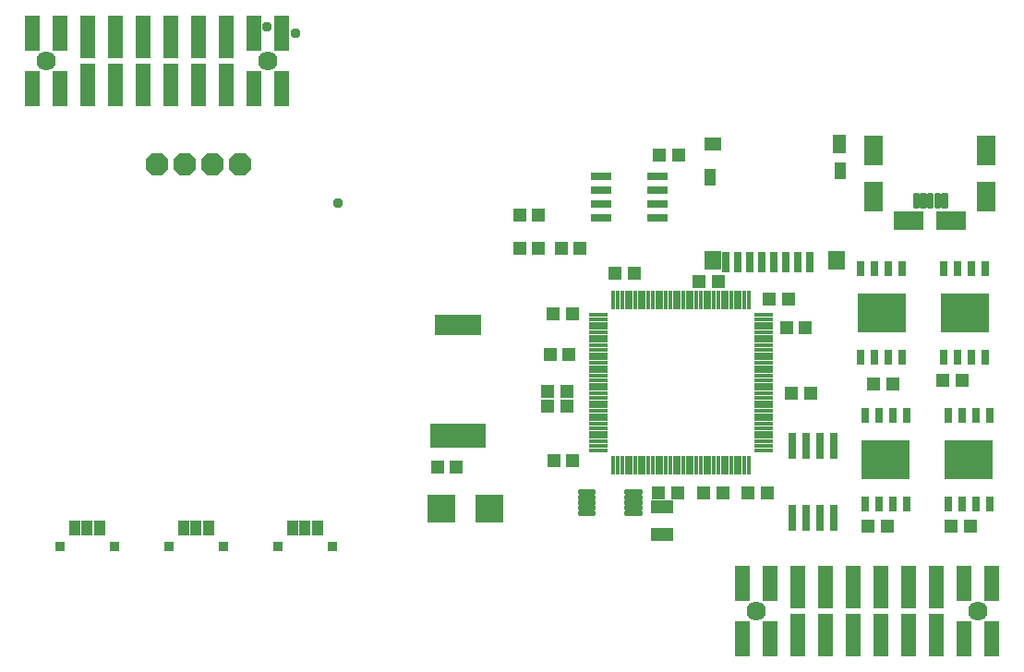
<source format=gbr>
G04 EAGLE Gerber RS-274X export*
G75*
%MOMM*%
%FSLAX34Y34*%
%LPD*%
%INSoldermask Top*%
%IPPOS*%
%AMOC8*
5,1,8,0,0,1.08239X$1,22.5*%
G01*
%ADD10R,0.403200X1.803200*%
%ADD11R,1.803200X0.403200*%
%ADD12R,1.253200X1.283200*%
%ADD13C,0.320191*%
%ADD14R,0.703200X1.403200*%
%ADD15R,4.503200X3.603200*%
%ADD16R,5.203200X2.203200*%
%ADD17R,4.203200X1.903200*%
%ADD18R,2.603200X2.603200*%
%ADD19R,1.203200X1.303200*%
%ADD20R,0.803200X2.403200*%
%ADD21C,0.404144*%
%ADD22R,1.703200X2.703200*%
%ADD23R,2.703200X1.703200*%
%ADD24R,0.753200X1.953200*%
%ADD25R,1.503200X1.703200*%
%ADD26R,1.203200X1.753200*%
%ADD27R,1.003200X1.603200*%
%ADD28R,1.503200X1.203200*%
%ADD29P,2.281895X8X202.500000*%
%ADD30R,1.473200X3.203200*%
%ADD31R,1.473200X3.883200*%
%ADD32C,1.783200*%
%ADD33R,0.853200X0.853200*%
%ADD34R,1.003200X1.453200*%
%ADD35R,2.003200X1.203200*%
%ADD36R,1.948700X0.794700*%
%ADD37C,0.959600*%


D10*
X602800Y201500D03*
X606800Y201500D03*
X610800Y201500D03*
X614800Y201500D03*
X618800Y201500D03*
X622800Y201500D03*
X626800Y201500D03*
X630800Y201500D03*
X634800Y201500D03*
X638800Y201500D03*
X642800Y201500D03*
X646800Y201500D03*
X650800Y201500D03*
X654800Y201500D03*
X658800Y201500D03*
X662800Y201500D03*
X666800Y201500D03*
X670800Y201500D03*
X674800Y201500D03*
X678800Y201500D03*
X682800Y201500D03*
X686800Y201500D03*
X690800Y201500D03*
X694800Y201500D03*
X698800Y201500D03*
X702800Y201500D03*
X706800Y201500D03*
X710800Y201500D03*
X714800Y201500D03*
X718800Y201500D03*
X722800Y201500D03*
X726800Y201500D03*
D11*
X740800Y215500D03*
X740800Y219500D03*
X740800Y223500D03*
X740800Y227500D03*
X740800Y231500D03*
X740800Y235500D03*
X740800Y239500D03*
X740800Y243500D03*
X740800Y247500D03*
X740800Y251500D03*
X740800Y255500D03*
X740800Y259500D03*
X740800Y263500D03*
X740800Y267500D03*
X740800Y271500D03*
X740800Y275500D03*
X740800Y279500D03*
X740800Y283500D03*
X740800Y287500D03*
X740800Y291500D03*
X740800Y295500D03*
X740800Y299500D03*
X740800Y303500D03*
X740800Y307500D03*
X740800Y311500D03*
X740800Y315500D03*
X740800Y319500D03*
X740800Y323500D03*
X740800Y327500D03*
X740800Y331500D03*
X740800Y335500D03*
X740800Y339500D03*
D10*
X726800Y353500D03*
X722800Y353500D03*
X718800Y353500D03*
X714800Y353500D03*
X710800Y353500D03*
X706800Y353500D03*
X702800Y353500D03*
X698800Y353500D03*
X694800Y353500D03*
X690800Y353500D03*
X686800Y353500D03*
X682800Y353500D03*
X678800Y353500D03*
X674800Y353500D03*
X670800Y353500D03*
X666800Y353500D03*
X662800Y353500D03*
X658800Y353500D03*
X654800Y353500D03*
X650800Y353500D03*
X646800Y353500D03*
X642800Y353500D03*
X638800Y353500D03*
X634800Y353500D03*
X630800Y353500D03*
X626800Y353500D03*
X622800Y353500D03*
X618800Y353500D03*
X614800Y353500D03*
X610800Y353500D03*
X606800Y353500D03*
X602800Y353500D03*
D11*
X588800Y339500D03*
X588800Y335500D03*
X588800Y331500D03*
X588800Y327500D03*
X588800Y323500D03*
X588800Y319500D03*
X588800Y315500D03*
X588800Y311500D03*
X588800Y307500D03*
X588800Y303500D03*
X588800Y299500D03*
X588800Y295500D03*
X588800Y291500D03*
X588800Y287500D03*
X588800Y283500D03*
X588800Y279500D03*
X588800Y275500D03*
X588800Y271500D03*
X588800Y267500D03*
X588800Y263500D03*
X588800Y259500D03*
X588800Y255500D03*
X588800Y251500D03*
X588800Y247500D03*
X588800Y243500D03*
X588800Y239500D03*
X588800Y235500D03*
X588800Y231500D03*
X588800Y227500D03*
X588800Y223500D03*
X588800Y219500D03*
X588800Y215500D03*
D12*
X703302Y176556D03*
X685802Y176556D03*
D13*
X627871Y158180D02*
X614657Y158180D01*
X627871Y158180D02*
X627871Y156380D01*
X614657Y156380D01*
X614657Y158180D01*
X614657Y163180D02*
X627871Y163180D01*
X627871Y161380D01*
X614657Y161380D01*
X614657Y163180D01*
X614657Y168180D02*
X627871Y168180D01*
X627871Y166380D01*
X614657Y166380D01*
X614657Y168180D01*
X614657Y173180D02*
X627871Y173180D01*
X627871Y171380D01*
X614657Y171380D01*
X614657Y173180D01*
X614657Y178180D02*
X627871Y178180D01*
X627871Y176380D01*
X614657Y176380D01*
X614657Y178180D01*
X584963Y178180D02*
X571749Y178180D01*
X584963Y178180D02*
X584963Y176380D01*
X571749Y176380D01*
X571749Y178180D01*
X571749Y173180D02*
X584963Y173180D01*
X584963Y171380D01*
X571749Y171380D01*
X571749Y173180D01*
X571749Y168180D02*
X584963Y168180D01*
X584963Y166380D01*
X571749Y166380D01*
X571749Y168180D01*
X571749Y163180D02*
X584963Y163180D01*
X584963Y161380D01*
X571749Y161380D01*
X571749Y163180D01*
X571749Y158180D02*
X584963Y158180D01*
X584963Y156380D01*
X571749Y156380D01*
X571749Y158180D01*
D14*
X833202Y246980D03*
X845902Y246980D03*
X858602Y246980D03*
X871302Y246980D03*
X871302Y165780D03*
X858602Y165780D03*
X845902Y165780D03*
X833202Y165780D03*
D15*
X852252Y206380D03*
D14*
X909402Y246980D03*
X922102Y246980D03*
X934802Y246980D03*
X947502Y246980D03*
X947502Y165780D03*
X934802Y165780D03*
X922102Y165780D03*
X909402Y165780D03*
D15*
X928452Y206380D03*
D14*
X905592Y381600D03*
X918292Y381600D03*
X930992Y381600D03*
X943692Y381600D03*
X943692Y300400D03*
X930992Y300400D03*
X918292Y300400D03*
X905592Y300400D03*
D15*
X924642Y341000D03*
D14*
X829392Y381600D03*
X842092Y381600D03*
X854792Y381600D03*
X867492Y381600D03*
X867492Y300400D03*
X854792Y300400D03*
X842092Y300400D03*
X829392Y300400D03*
D15*
X848442Y341000D03*
D16*
X460000Y228500D03*
D17*
X460000Y330000D03*
D18*
X489320Y161770D03*
X445320Y161770D03*
D19*
X458500Y200000D03*
X441500Y200000D03*
D20*
X766654Y152910D03*
X779354Y152910D03*
X792054Y152910D03*
X804754Y152910D03*
X804754Y219210D03*
X792054Y219210D03*
X779354Y219210D03*
X766654Y219210D03*
D21*
X905100Y439512D02*
X905100Y450004D01*
X907092Y450004D01*
X907092Y439512D01*
X905100Y439512D01*
X905100Y443351D02*
X907092Y443351D01*
X907092Y447190D02*
X905100Y447190D01*
X898600Y450004D02*
X898600Y439512D01*
X898600Y450004D02*
X900592Y450004D01*
X900592Y439512D01*
X898600Y439512D01*
X898600Y443351D02*
X900592Y443351D01*
X900592Y447190D02*
X898600Y447190D01*
X892100Y450004D02*
X892100Y439512D01*
X892100Y450004D02*
X894092Y450004D01*
X894092Y439512D01*
X892100Y439512D01*
X892100Y443351D02*
X894092Y443351D01*
X894092Y447190D02*
X892100Y447190D01*
X885600Y450004D02*
X885600Y439512D01*
X885600Y450004D02*
X887592Y450004D01*
X887592Y439512D01*
X885600Y439512D01*
X885600Y443351D02*
X887592Y443351D01*
X887592Y447190D02*
X885600Y447190D01*
X879100Y450004D02*
X879100Y439512D01*
X879100Y450004D02*
X881092Y450004D01*
X881092Y439512D01*
X879100Y439512D01*
X879100Y443351D02*
X881092Y443351D01*
X881092Y447190D02*
X879100Y447190D01*
D22*
X944596Y490008D03*
X944596Y448008D03*
D23*
X912596Y426008D03*
X873596Y426008D03*
D22*
X841596Y448008D03*
X841596Y490008D03*
D24*
X705596Y388168D03*
X716596Y388168D03*
X727596Y388168D03*
X738596Y388168D03*
X749596Y388168D03*
X760596Y388168D03*
X771596Y388168D03*
X782596Y388168D03*
D25*
X693596Y389418D03*
X807096Y389418D03*
D26*
X809596Y496168D03*
D27*
X810596Y471918D03*
X691096Y465418D03*
D28*
X693596Y496168D03*
D29*
X260300Y477300D03*
X234900Y477300D03*
X209500Y477300D03*
X184100Y477300D03*
D12*
X559700Y269242D03*
X542200Y269242D03*
X644946Y486398D03*
X662446Y486398D03*
X912360Y146030D03*
X929860Y146030D03*
X836170Y146030D03*
X853670Y146030D03*
X904900Y279840D03*
X922400Y279840D03*
X841250Y276190D03*
X858750Y276190D03*
X766264Y267808D03*
X783764Y267808D03*
X565354Y205428D03*
X547854Y205428D03*
X761250Y328000D03*
X778750Y328000D03*
X745850Y353970D03*
X763350Y353970D03*
X681250Y370000D03*
X698750Y370000D03*
X621930Y377840D03*
X604430Y377840D03*
X726170Y176350D03*
X743670Y176350D03*
X643790Y176350D03*
X661290Y176350D03*
X560020Y255682D03*
X542520Y255682D03*
X562052Y303048D03*
X544552Y303048D03*
X565100Y340000D03*
X547600Y340000D03*
D30*
X70000Y546600D03*
X95400Y546600D03*
D31*
X120800Y550000D03*
X146200Y550000D03*
X171600Y550000D03*
X197000Y550000D03*
X222400Y550000D03*
X247800Y550000D03*
D30*
X273200Y546600D03*
X298600Y546600D03*
X298600Y597400D03*
X273200Y597400D03*
D31*
X247800Y594000D03*
X222400Y594000D03*
X197000Y594000D03*
X171600Y594000D03*
X146200Y594000D03*
X120800Y594000D03*
D30*
X95400Y597400D03*
X70000Y597400D03*
D32*
X82700Y572000D03*
X285900Y572000D03*
D30*
X950000Y93400D03*
X924600Y93400D03*
D31*
X899200Y90000D03*
X873800Y90000D03*
X848400Y90000D03*
X823000Y90000D03*
X797600Y90000D03*
X772200Y90000D03*
D30*
X746800Y93400D03*
X721400Y93400D03*
X721400Y42600D03*
X746800Y42600D03*
D31*
X772200Y46000D03*
X797600Y46000D03*
X823000Y46000D03*
X848400Y46000D03*
X873800Y46000D03*
X899200Y46000D03*
D30*
X924600Y42600D03*
X950000Y42600D03*
D32*
X937300Y68000D03*
X734100Y68000D03*
D33*
X145000Y126750D03*
X95000Y126750D03*
D34*
X120000Y143750D03*
X131500Y143750D03*
X108500Y143750D03*
D33*
X245000Y126750D03*
X195000Y126750D03*
D34*
X220000Y143750D03*
X231500Y143750D03*
X208500Y143750D03*
D33*
X345000Y126750D03*
X295000Y126750D03*
D34*
X320000Y143750D03*
X331500Y143750D03*
X308500Y143750D03*
D35*
X647700Y163376D03*
X647700Y138376D03*
D36*
X591625Y466344D03*
X591625Y453644D03*
X591625Y440944D03*
X591625Y428244D03*
X643323Y428244D03*
X643323Y440944D03*
X643323Y453644D03*
X643323Y466344D03*
D19*
X534280Y400812D03*
X517280Y400812D03*
X534280Y431292D03*
X517280Y431292D03*
X555380Y400812D03*
X572380Y400812D03*
D37*
X350520Y441960D03*
X284988Y603504D03*
X311000Y597400D03*
M02*

</source>
